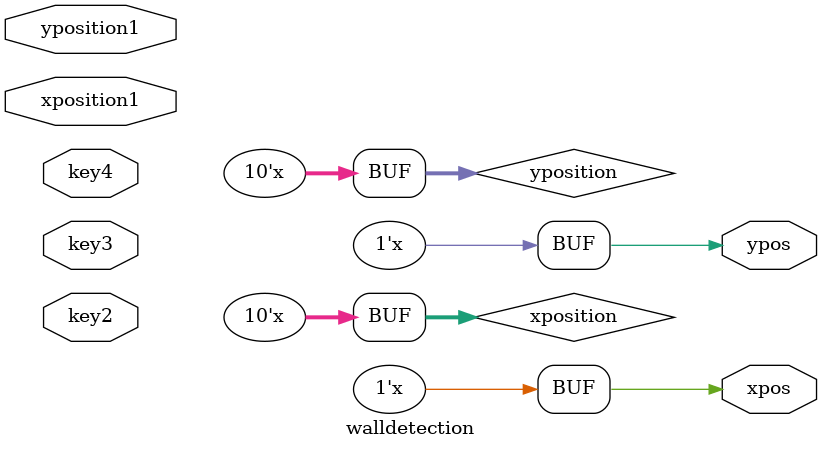
<source format=v>
module walldetection(
input [9:0] xposition1, 
input  [9:0] yposition1, 
input key2,
input key3, 
input key4,
output xpos, 
output ypos
);
reg [9:0] xposition;
reg [9:0] yposition;

// key4 == PvP
//key3 == PvE
//key2 == Maze
//Barrier Construction-Making the walls of the maze
always 
 begin
 yposition <= yposition1;
xposition <= xposition1;
if(key2==1'b1)
	begin
					//Left Wall
						if(xposition ==15)
							xposition <=xposition+1;
					//Top Wall
						else if(yposition ==15)
							yposition <=yposition+1;
					//Right Wall
						else if(xposition ==620)
							xposition <=xposition-1;
					//Bottom Wall
						else if(yposition ==460)
							yposition <=yposition-1;
					//Row9 Top
						else if((yposition ==25)&&(((xposition >=55)&&(xposition <=330))||((xposition >=355)&&(xposition <=585))))
							yposition <=yposition-1;
					//Row9Bottom
						else if((yposition ==45)&&(((xposition >=55)&&(xposition <=330))||((xposition >=355)&&(xposition <=585))))
							yposition <=yposition+1;
					//Row15Top
						else if((yposition ==55)&&((xposition >=40)&&(xposition <=600)))
							yposition <=yposition-1;
					//Row15Bottom
						else if((yposition ==75)&&((xposition >=40)&&(xposition <=600)))
							yposition <=yposition+1;
					//Row21Top
						else if((yposition ==85)&&(((xposition >=190)&&(xposition <=375))||(xposition <=165)||(xposition >=400)))
							yposition <=yposition-1;
					//Row21Bottom
						else if((yposition ==105)&&(((xposition <=190)&&(375))||(xposition <=165)||(xposition >=400)))
							yposition <=yposition+1;
					//Row27Top
						else if((yposition ==115)&&((xposition <=255)||(xposition >=280)))
							yposition <=yposition-1;
					//Row27Bottom
						else if((yposition ==135)&&((xposition <=255)||(xposition >=280)))	
							yposition <=yposition+1;
					//Row36Top
						else if((yposition ==160)&&((xposition <=60)||((xposition >=85)&&(xposition <=615))))
							yposition <=yposition-1;
					//Row36Bottom
						else if((yposition ==180)&&((xposition <=60)||((xposition >=85)&&(xposition <=615))))
							yposition <=yposition+1;
					//Row42Top
						else if((yposition ==190)&&((xposition <=570)||(xposition >=600)))
							yposition <=yposition-1;
					//Row42Bottom
						else if((yposition ==210)&&((xposition <=570)||(xposition >=600)))	
							yposition <=yposition+1;
					//Row48Top
						else if((yposition ==220)&&((xposition <=285)||(xposition >=345)))
							yposition <=yposition-1;
					//Row48Bottom
						else if((yposition ==240)&&((xposition <=285)||(xposition >=345)))
							yposition <=yposition+1;
					//Row54Top
						else if((yposition ==250)&&((xposition <=225)||(xposition >=255)))
							yposition <=yposition-1;
					//Row54Bottom
						else if((yposition ==270)&&((xposition <=225)||(xposition >=255)))
							yposition <=yposition+1;
					//Row60Top
						else if((yposition ==280)&&((xposition <=47)||(xposition >=70)))
							yposition <=yposition-1;
					//Row60Bottom
						else if((yposition ==300)&&((xposition <=47)||(xposition >=70)))
							yposition <=yposition+1;
					//Row66Top
						else if((yposition ==310)&&((xposition <=195)||(xposition >=225)))
							yposition <=yposition-1;
					//Row66Bottom
						else if((yposition ==330)&&((xposition <=195)||(xposition >=225)))
							yposition <=yposition+1;
					//Row72Top
						else if((yposition ==340)&&((xposition <=60)||(xposition >=90)))
							yposition <=yposition-1;
					//Row72Bottom
						else if((yposition ==360)&&((xposition <=60)||(xposition >=90)))
							yposition <=yposition+1;
					//Row78Top
						else if((yposition ==370)&&((xposition <=435)||(xposition >=460)))
							yposition <=yposition-1;
					//Row78Bottom
						else if((yposition ==390)&&((xposition <=435)||(xposition >=460)))
							yposition <=yposition+1;
					//Row84Top
						else if((yposition ==400)&&((xposition <=330)||(xposition >=355)))
							yposition <=yposition-1;
					//Row84Bottom
						else if((yposition ==420)&&((xposition <=330)||(xposition >=355)))
							yposition <=yposition+1;	
					//Row90Top
						else if((yposition ==430)&&(((xposition >=55)&&(xposition <=390))||((xposition >=415)&&(xposition <=585))))
							yposition <=yposition-1;
					//Row90Bottom
						else if((yposition ==450)&&(((xposition >=55)&&(xposition <=390))||((xposition >=415)&&(xposition <=585))))
							yposition <=yposition+1;	
					//Column9Right
						else if((xposition ==45)&&((yposition >=60)&&(yposition <=75)))
							xposition <=xposition-1;
					//Column9Left
						else if((xposition ==45)&&((yposition >=285)&&(yposition <=300)))
							xposition <=xposition+1;
					//Column12Right
						else if((xposition ==60)&&(((yposition >=30)&&(yposition <=45))||((yposition >=435)&&(yposition <=450))))
							xposition <=xposition-1;
					//Column12Left
						else if((xposition ==60)&&(((yposition >=165)&&(yposition <=180))||((yposition >=345)&&(yposition <=360))))
							xposition <=xposition+1;
					//Column15Right
						else if((xposition ==75)&&((yposition >=285)&&(yposition <=300)))
							xposition <=xposition-1;
					//Column18Right
						else if((xposition ==90)&&(((yposition >=165)&&(yposition <=180))||((yposition >=345)&&(yposition <=360))))
							xposition <=xposition-1;
					//Column33Left
						else if((xposition ==165)&&((yposition >=90)&&(yposition <=105)))
							xposition <=xposition+1;
					//Column39Right
						else if((xposition ==195)&&((yposition >=90)&&(yposition <=105)))
							xposition <=xposition-1;
					//Column39Left
						else if((xposition ==195)&&((yposition >=315)&&(yposition <=330)))
							xposition <=xposition+1;
					//Column45Right
						else if((xposition ==225)&&((yposition >=255)&&(yposition <=270)))
							xposition <=xposition-1;
					//Column45Left
						else if((xposition ==225)&&((yposition >=315)&&(yposition <=330)))
							xposition <=xposition+1;
					//Column51Right
						else if((xposition ==255)&&((yposition >=255)&&(yposition <=270)))
							xposition <=xposition-1;
					//Column51Left
						else if((xposition ==255)&&((yposition >=120)&&(yposition <=135)))
							xposition <=xposition+1;
					//Column57Right
						else if((xposition ==285)&&((yposition >=120)&&(yposition <=135)))
							xposition <=xposition-1;
					//Column57Left
						else if((xposition ==285)&&((yposition >=225)&&(yposition <=240)))
							xposition <=xposition+1;
					//Column66Left
						else if((xposition ==330)&&(((yposition >=30)&&(yposition <=45))||((yposition >=405)&&(yposition <=420))))
							xposition <=xposition+1;
					//Column69Right
						else if((xposition ==345)&&((yposition >=225)&&(yposition <=240)))
							xposition <=xposition-1;
					//Column72Right
						else if((xposition ==360)&&(((yposition >=30)&&(yposition <=45))||((yposition >=405)&&(yposition <=420))))
							xposition <=xposition-1;
					//Column75Left
						else if((xposition ==375)&&((yposition >=90)&&(yposition <=105)))
							xposition <=xposition+1;
					//Column78Left
						else if((xposition ==390)&&((yposition >=435)&&(yposition <=480)))
							xposition <=xposition+1;
					//Column81Right
						else if((xposition ==405)&&((yposition >=90)&&(yposition <=105)))
							xposition <=xposition-1;
					//Column84Right
						else if((xposition ==420)&&((yposition >=435)&&(yposition <=450)))
							xposition <=xposition-1;
					//Column87Left
						else if((xposition ==435)&&((yposition >=375)&&(yposition <=390)))
							xposition <=xposition+1;
					//Column93Right
						else if((xposition ==465)&&((yposition >=375)&&(yposition <=390)))
							xposition <=xposition-1;
					//Column114Left
						else if((xposition ==570)&&((yposition >=195)&&(yposition <=210)))
							xposition <=xposition+1;
					//Column117Left
						else if((xposition ==585)&&(((yposition >=435)&&(yposition <=450))||((yposition >=30)&&(yposition <=45))))
							xposition <=xposition+1;
					//Column120Left
						else if((xposition ==600)&&((yposition >=60)&&(yposition <=75)))
							xposition <=xposition+1;
					//Column120Right
						else if((xposition ==600)&&((yposition >=195)&&(yposition <=210)))
							xposition <=xposition-1;
					//Column123Left
						else if((xposition ==615)&&((yposition >=165)&&(yposition <=180)))
							xposition <=xposition+1;
		end
else if (key3==1'b1)
	begin 	
	//first row first column 						
				if((xposition >=125 && xposition +5<= 275) && (yposition +5>=100 && yposition +5<= 110))
					begin
					yposition = yposition-1'b1;
					end
				else if((xposition >=125 && xposition +5<= 275) && (yposition >=100 && yposition <= 110))
					begin
					yposition = yposition+1'b1;
					end
				else if((xposition +5==125) && (yposition +5>=100 && yposition +5<= 110))
					begin
					xposition = xposition-1'b1;
					end
				else if((xposition == 275) && (yposition >=100 && yposition <= 110))
					begin
					xposition = xposition+1'b1;
					end
//					
//second row first column 					
//					
				else if((xposition >=125 && xposition +5<= 275) && (yposition +5>=200 && yposition +5<= 210))
					begin
					yposition = yposition-1'b1;
					end
			else	if((xposition >=125 && xposition +5<= 275) && (yposition >=200 && yposition <= 210))
					begin
					yposition = yposition+1'b1;
					end
				else if((xposition +5==125) && (yposition +5>=200 && yposition +5<= 210))
					begin
					xposition = xposition-1'b1;
					end
			else	if((xposition == 275) && (yposition >=200 && yposition <= 210))
					begin
					xposition = xposition+1'b1;
					end
					
//					
//third row first column 					
//					
				else if((xposition >=125 && xposition +5<= 275) && (yposition +5>=300 && yposition +5<= 310))
					begin
					yposition = yposition-1'b1;
					end
else				if((xposition >=125 && xposition +5<= 275) && (yposition >=300 && yposition <= 310))
					begin
					yposition = yposition+1'b1;
					end
	else			if((xposition +5==125) && (yposition +5>=300 && yposition +5<= 310))
					begin
					xposition = xposition-1'b1;
					end
		else		if((xposition == 275) && (yposition >=300 && yposition <= 310))
					begin
					xposition = xposition+1'b1;
					end			
					
//first row second column 			
			else	if((xposition >=350 && xposition +5<= 500) && (yposition +5>=100 && yposition +5<= 110))
					begin
					yposition = yposition-1'b1;
					end
				else if((xposition >=350 && xposition +5<= 500) && (yposition >=100 && yposition <= 110))
					begin
					yposition = yposition+1'b1;
					end
				else if((xposition +5==350) && (yposition +5>=100 && yposition +5<= 110))
					begin
					xposition = xposition-1'b1;
					end
				else if((xposition == 500) && (yposition >=100 && yposition <= 110))
					begin
					xposition = xposition+1'b1;
					end
//					
//second row second column 					
//					
				else if((xposition >=350 && xposition +5<= 500) && (yposition +5>=200 && yposition +5<= 210))
					begin
					yposition = yposition-1'b1;
					end
				else if((xposition >=350 && xposition +5<= 500) && (yposition >=200 && yposition <= 210))
					begin
					yposition = yposition+1'b1;
					end
				else if((xposition +5==350) && (yposition +5>=200 && yposition +5<= 210))
					begin
					xposition = xposition-1'b1;
					end
				else if((xposition == 500) && (yposition >=200 && yposition <= 210))
					begin
					xposition = xposition+1'b1;
					end
					
//					
//third row second column 					
//					
				else if((xposition >=350 && xposition +5<= 500) && (yposition +5>=300 && yposition +5<= 310))
					begin
					yposition = yposition-1'b1;
					end
				else if((xposition >=350 && xposition +5<= 500) && (yposition >=300 && yposition <= 310))
					begin
					yposition = yposition+1'b1;
					end
				else if((xposition +5==350) && (yposition +5>=300 && yposition +5<= 310))
					begin
					xposition = xposition-1'b1;
					end
				else if((xposition == 500) && (yposition >=300 && yposition <= 310))
					begin
					xposition = xposition+1'b1;
					end	
			
	
	
	end
else if(key4==1'b1)
	begin
			//first row first column 			
				if((xposition >=125 && xposition +5<= 275) && (yposition +5>=100 && yposition +5<= 110))
					begin
					yposition = yposition-1'b1;
					end
				else if((xposition >=125 && xposition +5<= 275) && (yposition >=100 && yposition <= 110))
					begin
					yposition = yposition+1'b1;
					end
				else if((xposition +5==125) && (yposition +5>=100 && yposition +5<= 110))
					begin
					xposition = xposition-1'b1;
					end
				else if((xposition == 275) && (yposition >=100 && yposition <= 110))
					begin
					xposition = xposition+1'b1;
					end
//					
//second row first column 					
//					
				else if((xposition >=125 && xposition +5<= 275) && (yposition +5>=200 && yposition +5<= 210))
					begin
					yposition = yposition-1'b1;
					end
			else	if((xposition >=125 && xposition +5<= 275) && (yposition >=200 && yposition <= 210))
					begin
					yposition = yposition+1'b1;
					end
				else if((xposition +5==125) && (yposition +5>=200 && yposition +5<= 210))
					begin
					xposition = xposition-1'b1;
					end
			else	if((xposition == 275) && (yposition >=200 && yposition <= 210))
					begin
					xposition = xposition+1'b1;
					end
					
//					
//third row first column 					
//					
				else if((xposition >=125 && xposition +5<= 275) && (yposition +5>=300 && yposition +5<= 310))
					begin
					yposition = yposition-1'b1;
					end
else				if((xposition >=125 && xposition +5<= 275) && (yposition >=300 && yposition <= 310))
					begin
					yposition = yposition+1'b1;
					end
	else			if((xposition +5==125) && (yposition +5>=300 && yposition +5<= 310))
					begin
					xposition = xposition-1'b1;
					end
		else		if((xposition == 275) && (yposition >=300 && yposition <= 310))
					begin
					xposition = xposition+1'b1;
					end			
					
//first row second column 			
			else	if((xposition >=350 && xposition +5<= 500) && (yposition +5>=100 && yposition +5<= 110))
					begin
					yposition = yposition-1'b1;
					end
				else if((xposition >=350 && xposition +5<= 500) && (yposition >=100 && yposition <= 110))
					begin
					yposition = yposition+1'b1;
					end
				else if((xposition +5==350) && (yposition +5>=100 && yposition +5<= 110))
					begin
					xposition = xposition-1'b1;
					end
				else if((xposition == 500) && (yposition >=100 && yposition <= 110))
					begin
					xposition = xposition+1'b1;
					end
//					
//second row second column 					
//					
				else if((xposition >=350 && xposition +5<= 500) && (yposition +5>=200 && yposition +5<= 210))
					begin
					yposition = yposition-1'b1;
					end
				else if((xposition >=350 && xposition +5<= 500) && (yposition >=200 && yposition <= 210))
					begin
					yposition = yposition+1'b1;
					end
				else if((xposition +5==350) && (yposition +5>=200 && yposition +5<= 210))
					begin
					xposition = xposition-1'b1;
					end
				else if((xposition == 500) && (yposition >=200 && yposition <= 210))
					begin
					xposition = xposition+1'b1;
					end
					
//					
//third row second column 					
//					
				else if((xposition >=350 && xposition +5<= 500) && (yposition +5>=300 && yposition +5<= 310))
					begin
					yposition = yposition-1'b1;
					end
				else if((xposition >=350 && xposition +5<= 500) && (yposition >=300 && yposition <= 310))
					begin
					yposition = yposition+1'b1;
					end
				else if((xposition +5==350) && (yposition +5>=300 && yposition +5<= 310))
					begin
					xposition = xposition-1'b1;
					end
				else if((xposition == 500) && (yposition >=300 && yposition <= 310))
					begin
					xposition = xposition+1'b1;
					end	
	end 
end
//

assign xpos = xposition;
assign ypos = yposition;

endmodule 
</source>
